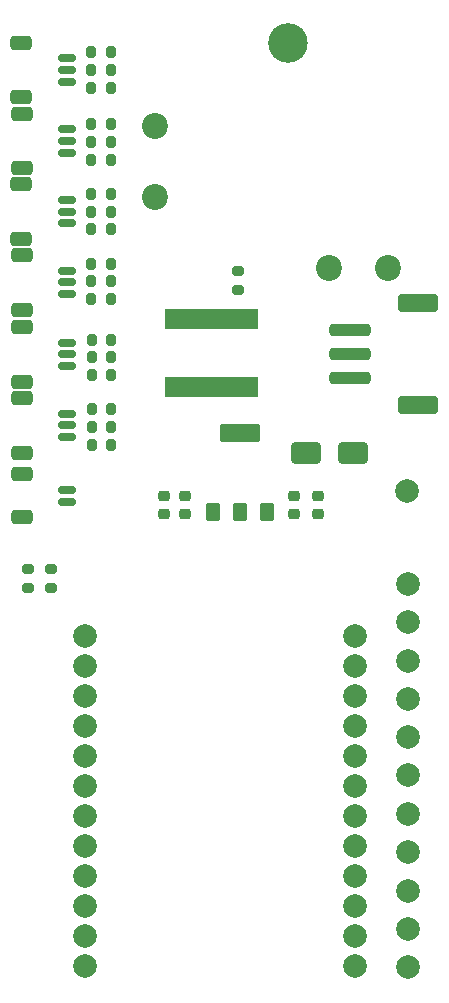
<source format=gbr>
%TF.GenerationSoftware,KiCad,Pcbnew,8.0.7*%
%TF.CreationDate,2024-12-30T07:44:03-08:00*%
%TF.ProjectId,motion-play-v3,6d6f7469-6f6e-42d7-906c-61792d76332e,rev?*%
%TF.SameCoordinates,Original*%
%TF.FileFunction,Soldermask,Top*%
%TF.FilePolarity,Negative*%
%FSLAX46Y46*%
G04 Gerber Fmt 4.6, Leading zero omitted, Abs format (unit mm)*
G04 Created by KiCad (PCBNEW 8.0.7) date 2024-12-30 07:44:03*
%MOMM*%
%LPD*%
G01*
G04 APERTURE LIST*
G04 Aperture macros list*
%AMRoundRect*
0 Rectangle with rounded corners*
0 $1 Rounding radius*
0 $2 $3 $4 $5 $6 $7 $8 $9 X,Y pos of 4 corners*
0 Add a 4 corners polygon primitive as box body*
4,1,4,$2,$3,$4,$5,$6,$7,$8,$9,$2,$3,0*
0 Add four circle primitives for the rounded corners*
1,1,$1+$1,$2,$3*
1,1,$1+$1,$4,$5*
1,1,$1+$1,$6,$7*
1,1,$1+$1,$8,$9*
0 Add four rect primitives between the rounded corners*
20,1,$1+$1,$2,$3,$4,$5,0*
20,1,$1+$1,$4,$5,$6,$7,0*
20,1,$1+$1,$6,$7,$8,$9,0*
20,1,$1+$1,$8,$9,$2,$3,0*%
G04 Aperture macros list end*
%ADD10RoundRect,0.250000X-0.650000X0.350000X-0.650000X-0.350000X0.650000X-0.350000X0.650000X0.350000X0*%
%ADD11RoundRect,0.150000X-0.625000X0.150000X-0.625000X-0.150000X0.625000X-0.150000X0.625000X0.150000X0*%
%ADD12C,2.000000*%
%ADD13RoundRect,0.200000X-0.200000X-0.275000X0.200000X-0.275000X0.200000X0.275000X-0.200000X0.275000X0*%
%ADD14RoundRect,0.200000X0.275000X-0.200000X0.275000X0.200000X-0.275000X0.200000X-0.275000X-0.200000X0*%
%ADD15RoundRect,0.085050X0.481950X-0.671950X0.481950X0.671950X-0.481950X0.671950X-0.481950X-0.671950X0*%
%ADD16RoundRect,0.113550X1.608450X-0.643450X1.608450X0.643450X-1.608450X0.643450X-1.608450X-0.643450X0*%
%ADD17RoundRect,0.200000X0.200000X0.275000X-0.200000X0.275000X-0.200000X-0.275000X0.200000X-0.275000X0*%
%ADD18RoundRect,0.225000X0.250000X-0.225000X0.250000X0.225000X-0.250000X0.225000X-0.250000X-0.225000X0*%
%ADD19C,2.200000*%
%ADD20C,3.351600*%
%ADD21RoundRect,0.225000X-0.250000X0.225000X-0.250000X-0.225000X0.250000X-0.225000X0.250000X0.225000X0*%
%ADD22RoundRect,0.076750X-0.230250X0.810250X-0.230250X-0.810250X0.230250X-0.810250X0.230250X0.810250X0*%
%ADD23RoundRect,0.250000X1.000000X0.650000X-1.000000X0.650000X-1.000000X-0.650000X1.000000X-0.650000X0*%
%ADD24RoundRect,0.250000X1.500000X-0.250000X1.500000X0.250000X-1.500000X0.250000X-1.500000X-0.250000X0*%
%ADD25RoundRect,0.250001X1.449999X-0.499999X1.449999X0.499999X-1.449999X0.499999X-1.449999X-0.499999X0*%
G04 APERTURE END LIST*
D10*
%TO.C,J5*%
X136437500Y-72450000D03*
X136437500Y-67850000D03*
D11*
X140312500Y-71150000D03*
X140312500Y-70150000D03*
X140312500Y-69150000D03*
%TD*%
D12*
%TO.C,13*%
X169169068Y-140135000D03*
%TD*%
D11*
%TO.C,J10*%
X140312500Y-99700000D03*
X140312500Y-100700000D03*
D10*
X136437500Y-98400000D03*
X136437500Y-102000000D03*
%TD*%
D12*
%TO.C,1*%
X169169068Y-120635000D03*
%TD*%
%TO.C,12*%
X169169068Y-136885000D03*
%TD*%
D10*
%TO.C,J4*%
X136412500Y-66450000D03*
X136412500Y-61850000D03*
D11*
X140287500Y-65150000D03*
X140287500Y-64150000D03*
X140287500Y-63150000D03*
%TD*%
D13*
%TO.C,R15*%
X142350000Y-76150000D03*
X144000000Y-76150000D03*
%TD*%
D12*
%TO.C,2*%
X169169068Y-123885000D03*
%TD*%
%TO.C,12*%
X169169068Y-133635000D03*
%TD*%
D14*
%TO.C,R2*%
X137000000Y-108025000D03*
X137000000Y-106375000D03*
%TD*%
D15*
%TO.C,U4*%
X152607500Y-101582500D03*
X154897500Y-101582500D03*
X157187500Y-101582500D03*
D16*
X154897500Y-94892500D03*
%TD*%
D17*
%TO.C,R9*%
X144025000Y-95900000D03*
X142375000Y-95900000D03*
%TD*%
D12*
%TO.C,3*%
X169169068Y-127135000D03*
%TD*%
D13*
%TO.C,R11*%
X142325000Y-64150000D03*
X143975000Y-64150000D03*
%TD*%
D11*
%TO.C,J9*%
X140312500Y-93250000D03*
X140312500Y-94250000D03*
X140312500Y-95250000D03*
D10*
X136437500Y-91950000D03*
X136437500Y-96550000D03*
%TD*%
%TO.C,J7*%
X136437500Y-84450000D03*
X136437500Y-79850000D03*
D11*
X140312500Y-83150000D03*
X140312500Y-82150000D03*
X140312500Y-81150000D03*
%TD*%
D17*
%TO.C,R8*%
X142375000Y-90000000D03*
X144025000Y-90000000D03*
%TD*%
D13*
%TO.C,R18*%
X144025000Y-87000000D03*
X142375000Y-87000000D03*
%TD*%
D18*
%TO.C,C3*%
X161497500Y-100225000D03*
X161497500Y-101775000D03*
%TD*%
D12*
%TO.C,18*%
X169169068Y-107685000D03*
%TD*%
D19*
%TO.C,J2*%
X147747500Y-68887500D03*
X147747500Y-74887500D03*
X162497500Y-80887500D03*
X167497500Y-80887500D03*
D20*
X158997500Y-61887500D03*
%TD*%
D12*
%TO.C,17*%
X169169068Y-110935000D03*
%TD*%
D10*
%TO.C,J8*%
X136437500Y-90550000D03*
X136437500Y-85950000D03*
D11*
X140312500Y-89250000D03*
X140312500Y-88250000D03*
X140312500Y-87250000D03*
%TD*%
D12*
%TO.C,5V*%
X169100000Y-99800000D03*
%TD*%
%TO.C,16*%
X169169068Y-117435000D03*
%TD*%
D18*
%TO.C,C4*%
X150297500Y-101775000D03*
X150297500Y-100225000D03*
%TD*%
D12*
%TO.C,21*%
X169169068Y-114185000D03*
%TD*%
D17*
%TO.C,R3*%
X143975000Y-65650000D03*
X142325000Y-65650000D03*
%TD*%
D14*
%TO.C,R6*%
X154800000Y-82825000D03*
X154800000Y-81175000D03*
%TD*%
D17*
%TO.C,R4*%
X144000000Y-71750000D03*
X142350000Y-71750000D03*
%TD*%
%TO.C,R7*%
X142350000Y-83550000D03*
X144000000Y-83550000D03*
%TD*%
D13*
%TO.C,R16*%
X144000000Y-80550000D03*
X142350000Y-80550000D03*
%TD*%
%TO.C,R13*%
X142350000Y-70250000D03*
X144000000Y-70250000D03*
%TD*%
%TO.C,R10*%
X142325000Y-62650000D03*
X143975000Y-62650000D03*
%TD*%
D21*
%TO.C,C1*%
X159497500Y-101775000D03*
X159497500Y-100225000D03*
%TD*%
D13*
%TO.C,R14*%
X142350000Y-74650000D03*
X144000000Y-74650000D03*
%TD*%
%TO.C,R20*%
X144025000Y-92900000D03*
X142375000Y-92900000D03*
%TD*%
D22*
%TO.C,U3*%
X156075000Y-91025000D03*
X155425000Y-91025000D03*
X154775000Y-91025000D03*
X154125000Y-91025000D03*
X153475000Y-91025000D03*
X152825000Y-91025000D03*
X152175000Y-91025000D03*
X151525000Y-91025000D03*
X150875000Y-91025000D03*
X150225000Y-91025000D03*
X149575000Y-91025000D03*
X148925000Y-91025000D03*
X148925000Y-85285000D03*
X149575000Y-85285000D03*
X150225000Y-85285000D03*
X150875000Y-85285000D03*
X151525000Y-85285000D03*
X152175000Y-85285000D03*
X152825000Y-85285000D03*
X153475000Y-85285000D03*
X154125000Y-85285000D03*
X154775000Y-85285000D03*
X155425000Y-85285000D03*
X156075000Y-85285000D03*
%TD*%
D10*
%TO.C,J6*%
X136412500Y-78450000D03*
X136412500Y-73850000D03*
D11*
X140287500Y-77150000D03*
X140287500Y-76150000D03*
X140287500Y-75150000D03*
%TD*%
D13*
%TO.C,R19*%
X144025000Y-88500000D03*
X142375000Y-88500000D03*
%TD*%
D14*
%TO.C,R1*%
X138900000Y-108025000D03*
X138900000Y-106375000D03*
%TD*%
D13*
%TO.C,R12*%
X142350000Y-68750000D03*
X144000000Y-68750000D03*
%TD*%
D18*
%TO.C,C2*%
X148497500Y-100225000D03*
X148497500Y-101775000D03*
%TD*%
D13*
%TO.C,R21*%
X142375000Y-94400000D03*
X144025000Y-94400000D03*
%TD*%
D23*
%TO.C,D1*%
X160497500Y-96600000D03*
X164497500Y-96600000D03*
%TD*%
D12*
%TO.C,U2*%
X164700000Y-112100000D03*
X164700000Y-114640000D03*
X164700000Y-117180000D03*
X164700000Y-119720000D03*
X164700000Y-122260000D03*
X164700000Y-124800000D03*
X164700000Y-127340000D03*
X164700000Y-129880000D03*
X164700000Y-132420000D03*
X164700000Y-134960000D03*
X164700000Y-137500000D03*
X164700000Y-140040000D03*
X141838136Y-112100000D03*
X141838136Y-114640000D03*
X141838136Y-117180000D03*
X141838136Y-119720000D03*
X141838136Y-122260000D03*
X141838136Y-124800000D03*
X141838136Y-127340000D03*
X141838136Y-129880000D03*
X141838136Y-132420000D03*
X141838136Y-134960000D03*
X141838136Y-137500000D03*
X141838136Y-140040000D03*
%TD*%
D24*
%TO.C,J3*%
X164247500Y-90200000D03*
X164247500Y-88200000D03*
X164247500Y-86200000D03*
D25*
X169997500Y-92550000D03*
X169997500Y-83850000D03*
%TD*%
D13*
%TO.C,R17*%
X144000000Y-82050000D03*
X142350000Y-82050000D03*
%TD*%
D12*
%TO.C,10*%
X169169068Y-130385000D03*
%TD*%
D17*
%TO.C,R5*%
X144000000Y-77650000D03*
X142350000Y-77650000D03*
%TD*%
M02*

</source>
